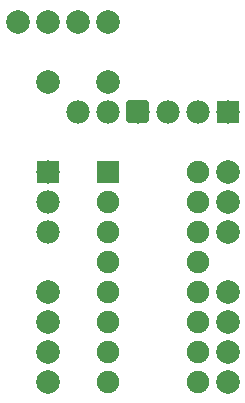
<source format=gtl>
G04 MADE WITH FRITZING*
G04 WWW.FRITZING.ORG*
G04 DOUBLE SIDED*
G04 HOLES PLATED*
G04 CONTOUR ON CENTER OF CONTOUR VECTOR*
%ASAXBY*%
%FSLAX23Y23*%
%MOIN*%
%OFA0B0*%
%SFA1.0B1.0*%
%ADD10C,0.075000*%
%ADD11C,0.078000*%
%ADD12C,0.078740*%
%ADD13R,0.075000X0.075000*%
%ADD14R,0.078000X0.078000*%
%ADD15C,0.020000*%
%LNCOPPER1*%
G90*
G70*
G54D10*
X379Y866D03*
X679Y866D03*
X379Y766D03*
X679Y766D03*
X379Y666D03*
X679Y666D03*
X379Y566D03*
X679Y566D03*
X379Y466D03*
X679Y466D03*
X379Y366D03*
X679Y366D03*
X379Y266D03*
X679Y266D03*
X379Y166D03*
X679Y166D03*
G54D11*
X779Y1066D03*
X679Y1066D03*
X579Y1066D03*
X179Y866D03*
X179Y766D03*
X179Y666D03*
X479Y1066D03*
X379Y1066D03*
X279Y1066D03*
G54D12*
X779Y266D03*
X179Y166D03*
X179Y266D03*
X779Y466D03*
X779Y166D03*
X779Y366D03*
X179Y466D03*
X179Y1366D03*
X779Y766D03*
X79Y1366D03*
X779Y666D03*
X379Y1166D03*
X279Y1366D03*
X179Y1166D03*
X379Y1366D03*
X179Y366D03*
X779Y866D03*
G54D13*
X379Y866D03*
G54D14*
X779Y1066D03*
X179Y866D03*
G54D15*
X508Y1037D02*
X450Y1037D01*
X450Y1095D01*
X508Y1095D01*
X508Y1037D01*
D02*
G04 End of Copper1*
M02*
</source>
